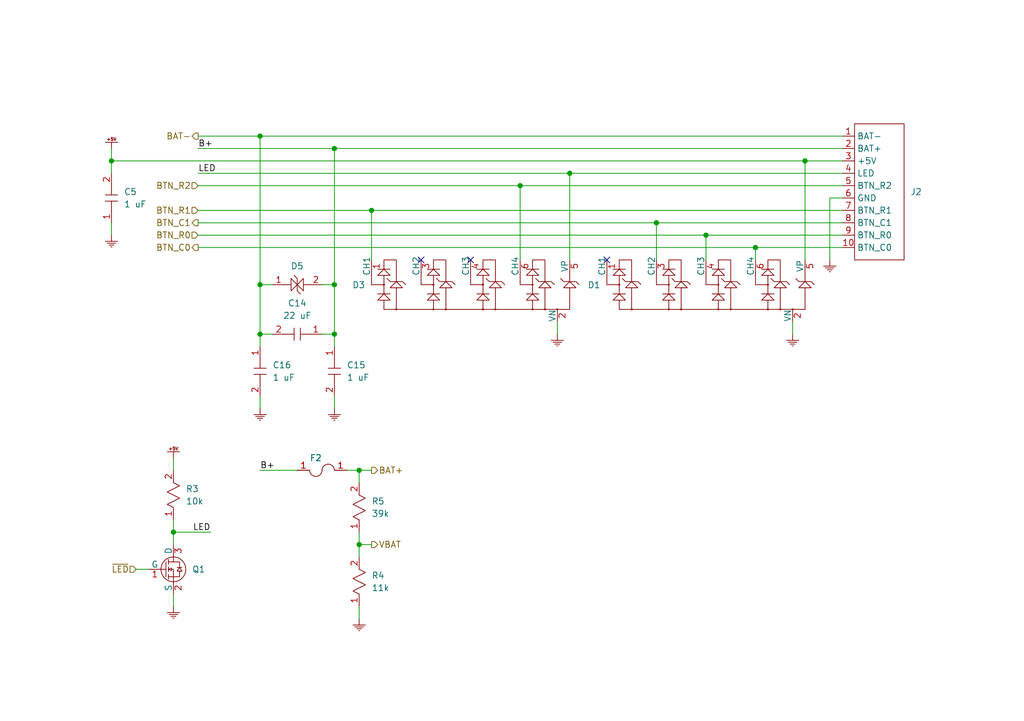
<source format=kicad_sch>
(kicad_sch (version 20230121) (generator eeschema)
  (paper "A5")
  (lib_symbols
    (symbol "zandmd:+5V" (power) (pin_names (offset 0))
      (symbol "+5V_0_1"
        (polyline (pts (xy -1.27 1.27) (xy 1.27 1.27)))
        (polyline (pts (xy 0 0) (xy 0 1.27)))
      )
      (symbol "+5V_1_1"
        (text "+5V" (at 0 1.905 0) (effects (font (size 0.635 0.635))))
        (pin power_in line (at 0 0 90) (length 0) hide (name "+5V") (number "1"))
      )
    )
    (symbol "zandmd:302-S101"
      (property "Reference" "J" (at 0 0 0))
      (symbol "302-S101_0_1"
        (rectangle (start 2.54 27.94) (end 12.7 0))
      )
      (symbol "302-S101_1_1"
        (pin unspecified line (at 0 25.4 0) (length 2.54) (name "P1") (number "1") (alternate "BAT-" passive line))
        (pin unspecified line (at 0 2.54 0) (length 2.54) (name "P10") (number "10") (alternate "BTN_C0" output line))
        (pin unspecified line (at 0 22.86 0) (length 2.54) (name "P2") (number "2") (alternate "BAT+" power_in line))
        (pin unspecified line (at 0 20.32 0) (length 2.54) (name "P3") (number "3") (alternate "+5V" power_in line))
        (pin unspecified line (at 0 17.78 0) (length 2.54) (name "P4") (number "4") (alternate "LED" input line))
        (pin unspecified line (at 0 15.24 0) (length 2.54) (name "P5") (number "5") (alternate "BTN_R2" input line))
        (pin unspecified line (at 0 12.7 0) (length 2.54) (name "P6") (number "6") (alternate "GND" passive line))
        (pin unspecified line (at 0 10.16 0) (length 2.54) (name "P7") (number "7") (alternate "BTN_R1" input line))
        (pin unspecified line (at 0 7.62 0) (length 2.54) (name "P8") (number "8") (alternate "BTN_C1" output line))
        (pin unspecified line (at 0 5.08 0) (length 2.54) (name "P9") (number "9") (alternate "BTN_R0" input line) (alternate "GND" passive line))
      )
    )
    (symbol "zandmd:3586KTR" (pin_names (offset 0))
      (property "Reference" "F" (at 0 0 0))
      (symbol "3586KTR_0_1"
        (arc (start 2.54 0) (mid 3.81 -1.2542) (end 5.08 0))
      )
      (symbol "3586KTR_1_1"
        (pin passive line (at 0 0 0) (length 2.54) (name "") (number "1"))
      )
    )
    (symbol "zandmd:BSS816NWH6327XTSA1" (pin_names (offset 0))
      (property "Reference" "Q" (at 0 0 0))
      (symbol "BSS816NWH6327XTSA1_0_1"
        (polyline (pts (xy 2.54 5.08) (xy 3.556 5.08)))
        (polyline (pts (xy 3.556 6.604) (xy 3.556 3.556)))
        (polyline (pts (xy 4.064 3.048) (xy 4.064 4.064)))
        (polyline (pts (xy 4.064 3.556) (xy 5.08 3.556)))
        (polyline (pts (xy 4.064 5.588) (xy 4.064 4.572)))
        (polyline (pts (xy 4.064 7.112) (xy 4.064 6.096)))
        (polyline (pts (xy 5.842 5.461) (xy 6.858 5.461)))
        (polyline (pts (xy 4.064 6.604) (xy 5.08 6.604) (xy 5.08 7.62)))
        (polyline (pts (xy 4.699 5.08) (xy 5.08 5.08) (xy 5.08 2.54)))
        (polyline (pts (xy 5.08 3.556) (xy 6.35 3.556) (xy 6.35 4.699)))
        (polyline (pts (xy 6.35 5.461) (xy 6.35 6.604) (xy 5.08 6.604)))
        (polyline (pts (xy 4.064 5.08) (xy 4.699 4.826) (xy 4.699 5.334) (xy 4.064 5.08)))
        (polyline (pts (xy 6.35 5.461) (xy 5.842 4.699) (xy 6.858 4.699) (xy 6.35 5.461)))
        (circle (center 5.08 5.08) (radius 2.54))
      )
      (symbol "BSS816NWH6327XTSA1_1_1"
        (pin passive line (at 0 5.08 0) (length 2.54) (name "G") (number "1"))
        (pin open_emitter line (at 5.08 0 90) (length 2.54) (name "S") (number "2"))
        (pin open_collector line (at 5.08 10.16 270) (length 2.54) (name "D") (number "3"))
      )
    )
    (symbol "zandmd:CAPACITOR" (pin_names (offset 0))
      (property "Reference" "C" (at 0 0 0))
      (property "Value" "C" (at 0 0 0))
      (symbol "CAPACITOR_0_1"
        (polyline (pts (xy 2.54 0) (xy 4.445 0)))
        (polyline (pts (xy 4.445 1.27) (xy 4.445 -1.27)))
        (polyline (pts (xy 5.715 1.27) (xy 5.715 -1.27)))
        (polyline (pts (xy 7.62 0) (xy 5.715 0)))
      )
      (symbol "CAPACITOR_1_1"
        (pin passive line (at 0 0 0) (length 2.54) (name "") (number "1"))
        (pin passive line (at 10.16 0 180) (length 2.54) (name "") (number "2"))
      )
    )
    (symbol "zandmd:CM1293A-04SO" (pin_names (offset 0))
      (property "Reference" "D" (at 0 0 0))
      (symbol "CM1293A-04SO_0_1"
        (polyline (pts (xy 0 10.16) (xy 0 7.62)))
        (polyline (pts (xy 1.27 5.715) (xy 3.81 5.715)))
        (polyline (pts (xy 1.27 10.795) (xy 3.81 10.795)))
        (polyline (pts (xy 2.54 4.445) (xy 2.54 2.54)))
        (polyline (pts (xy 2.54 7.62) (xy 0 7.62)))
        (polyline (pts (xy 2.54 9.525) (xy 2.54 5.715)))
        (polyline (pts (xy 5.08 6.985) (xy 5.08 2.54)))
        (polyline (pts (xy 10.16 10.16) (xy 10.16 7.62)))
        (polyline (pts (xy 11.43 5.715) (xy 13.97 5.715)))
        (polyline (pts (xy 11.43 10.795) (xy 13.97 10.795)))
        (polyline (pts (xy 12.7 4.445) (xy 12.7 2.54)))
        (polyline (pts (xy 12.7 7.62) (xy 10.16 7.62)))
        (polyline (pts (xy 12.7 9.525) (xy 12.7 5.715)))
        (polyline (pts (xy 15.24 6.985) (xy 15.24 2.54)))
        (polyline (pts (xy 20.32 10.16) (xy 20.32 7.62)))
        (polyline (pts (xy 21.59 5.715) (xy 24.13 5.715)))
        (polyline (pts (xy 21.59 10.795) (xy 24.13 10.795)))
        (polyline (pts (xy 22.86 4.445) (xy 22.86 2.54)))
        (polyline (pts (xy 22.86 7.62) (xy 20.32 7.62)))
        (polyline (pts (xy 22.86 9.525) (xy 22.86 5.715)))
        (polyline (pts (xy 25.4 6.985) (xy 25.4 2.54)))
        (polyline (pts (xy 30.48 10.16) (xy 30.48 7.62)))
        (polyline (pts (xy 31.75 5.715) (xy 34.29 5.715)))
        (polyline (pts (xy 31.75 10.795) (xy 34.29 10.795)))
        (polyline (pts (xy 33.02 4.445) (xy 33.02 2.54)))
        (polyline (pts (xy 33.02 7.62) (xy 30.48 7.62)))
        (polyline (pts (xy 33.02 9.525) (xy 33.02 5.715)))
        (polyline (pts (xy 35.56 6.985) (xy 35.56 2.54)))
        (polyline (pts (xy 40.64 2.54) (xy 2.54 2.54)))
        (polyline (pts (xy 40.64 6.985) (xy 40.64 2.54)))
        (polyline (pts (xy 40.64 8.255) (xy 40.64 10.16)))
        (polyline (pts (xy 2.54 5.715) (xy 1.27 4.445) (xy 3.81 4.445) (xy 2.54 5.715)))
        (polyline (pts (xy 2.54 10.795) (xy 1.27 9.525) (xy 3.81 9.525) (xy 2.54 10.795)))
        (polyline (pts (xy 2.54 10.795) (xy 2.54 12.7) (xy 5.08 12.7) (xy 5.08 8.255)))
        (polyline (pts (xy 5.08 8.255) (xy 3.81 6.985) (xy 6.35 6.985) (xy 5.08 8.255)))
        (polyline (pts (xy 6.985 7.62) (xy 6.35 8.255) (xy 3.81 8.255) (xy 3.175 8.89)))
        (polyline (pts (xy 12.7 5.715) (xy 11.43 4.445) (xy 13.97 4.445) (xy 12.7 5.715)))
        (polyline (pts (xy 12.7 10.795) (xy 11.43 9.525) (xy 13.97 9.525) (xy 12.7 10.795)))
        (polyline (pts (xy 12.7 10.795) (xy 12.7 12.7) (xy 15.24 12.7) (xy 15.24 8.255)))
        (polyline (pts (xy 15.24 8.255) (xy 13.97 6.985) (xy 16.51 6.985) (xy 15.24 8.255)))
        (polyline (pts (xy 17.145 7.62) (xy 16.51 8.255) (xy 13.97 8.255) (xy 13.335 8.89)))
        (polyline (pts (xy 22.86 5.715) (xy 21.59 4.445) (xy 24.13 4.445) (xy 22.86 5.715)))
        (polyline (pts (xy 22.86 10.795) (xy 21.59 9.525) (xy 24.13 9.525) (xy 22.86 10.795)))
        (polyline (pts (xy 22.86 10.795) (xy 22.86 12.7) (xy 25.4 12.7) (xy 25.4 8.255)))
        (polyline (pts (xy 25.4 8.255) (xy 24.13 6.985) (xy 26.67 6.985) (xy 25.4 8.255)))
        (polyline (pts (xy 27.305 7.62) (xy 26.67 8.255) (xy 24.13 8.255) (xy 23.495 8.89)))
        (polyline (pts (xy 33.02 5.715) (xy 31.75 4.445) (xy 34.29 4.445) (xy 33.02 5.715)))
        (polyline (pts (xy 33.02 10.795) (xy 31.75 9.525) (xy 34.29 9.525) (xy 33.02 10.795)))
        (polyline (pts (xy 33.02 10.795) (xy 33.02 12.7) (xy 35.56 12.7) (xy 35.56 8.255)))
        (polyline (pts (xy 35.56 8.255) (xy 34.29 6.985) (xy 36.83 6.985) (xy 35.56 8.255)))
        (polyline (pts (xy 37.465 7.62) (xy 36.83 8.255) (xy 34.29 8.255) (xy 33.655 8.89)))
        (polyline (pts (xy 40.64 8.255) (xy 39.37 6.985) (xy 41.91 6.985) (xy 40.64 8.255)))
        (polyline (pts (xy 42.545 7.62) (xy 41.91 8.255) (xy 39.37 8.255) (xy 38.735 8.89)))
        (circle (center 2.54 7.62) (radius 0.127))
        (circle (center 5.08 2.54) (radius 0.127))
        (circle (center 12.7 2.54) (radius 0.127))
        (circle (center 12.7 7.62) (radius 0.127))
        (circle (center 15.24 2.54) (radius 0.127))
        (circle (center 22.86 2.54) (radius 0.127))
        (circle (center 22.86 7.62) (radius 0.127))
        (circle (center 25.4 2.54) (radius 0.127))
        (circle (center 33.02 2.54) (radius 0.127))
        (circle (center 33.02 7.62) (radius 0.127))
        (circle (center 35.56 2.54) (radius 0.127))
        (circle (center 38.1 2.54) (radius 0.127))
      )
      (symbol "CM1293A-04SO_1_1"
        (pin passive line (at 0 12.7 270) (length 2.54) (name "CH1") (number "1"))
        (pin passive line (at 38.1 0 90) (length 2.54) (name "VN") (number "2"))
        (pin passive line (at 10.16 12.7 270) (length 2.54) (name "CH2") (number "3"))
        (pin passive line (at 20.32 12.7 270) (length 2.54) (name "CH3") (number "4"))
        (pin passive line (at 40.64 12.7 270) (length 2.54) (name "VP") (number "5"))
        (pin passive line (at 30.48 12.7 270) (length 2.54) (name "CH4") (number "6"))
      )
    )
    (symbol "zandmd:GND" (power) (pin_names (offset 0))
      (symbol "GND_0_1"
        (polyline (pts (xy -1.27 -1.27) (xy 1.27 -1.27)))
        (polyline (pts (xy -0.889 -1.651) (xy 0.889 -1.651)))
        (polyline (pts (xy -0.508 -2.032) (xy 0.508 -2.032)))
        (polyline (pts (xy -0.127 -2.413) (xy 0.127 -2.413)))
        (polyline (pts (xy 0 0) (xy 0 -1.27)))
      )
      (symbol "GND_1_1"
        (pin power_in line (at 0 0 270) (length 0) hide (name "GND") (number "1"))
      )
    )
    (symbol "zandmd:RESISTOR" (pin_names (offset 0))
      (property "Reference" "R" (at 0 0 0))
      (property "Value" "R" (at 0 0 0))
      (symbol "RESISTOR_0_1"
        (polyline (pts (xy 2.54 0) (xy 3.175 1.27) (xy 4.445 -1.27) (xy 5.715 1.27) (xy 6.985 -1.27) (xy 7.62 0)))
      )
      (symbol "RESISTOR_1_1"
        (pin passive line (at 0 0 0) (length 2.54) (name "") (number "1"))
        (pin passive line (at 10.16 0 180) (length 2.54) (name "") (number "2"))
      )
    )
    (symbol "zandmd:SMAJ15CA" (pin_names (offset 0))
      (property "Reference" "D" (at 0 0 0))
      (symbol "SMAJ15CA_0_1"
        (polyline (pts (xy 3.81 0) (xy 2.54 0)))
        (polyline (pts (xy 7.62 0) (xy 6.35 0)))
        (polyline (pts (xy 5.08 0) (xy 3.81 1.27) (xy 3.81 -1.27) (xy 5.08 0)))
        (polyline (pts (xy 5.08 0) (xy 6.35 -1.27) (xy 6.35 1.27) (xy 5.08 0)))
        (polyline (pts (xy 5.715 -1.905) (xy 5.08 -1.27) (xy 5.08 1.27) (xy 4.445 1.905)))
      )
      (symbol "SMAJ15CA_1_1"
        (pin passive line (at 0 0 0) (length 2.54) (name "") (number "1"))
        (pin passive line (at 10.16 0 180) (length 2.54) (name "") (number "2"))
      )
    )
  )
  (junction (at 53.34 27.94))
  (junction (at 68.58 58.42))
  (junction (at 116.84 35.56))
  (junction (at 73.66 111.76))
  (junction (at 165.1 33.02))
  (junction (at 73.66 96.52))
  (junction (at 35.56 109.22))
  (junction (at 68.58 30.48))
  (junction (at 154.94 50.8))
  (junction (at 68.58 68.58))
  (junction (at 53.34 68.58))
  (junction (at 22.86 33.02))
  (junction (at 53.34 58.42))
  (junction (at 76.2 43.18))
  (junction (at 134.62 45.72))
  (junction (at 106.68 38.1))
  (junction (at 144.78 48.26))
  (no_connect (at 86.36 53.34))
  (no_connect (at 124.46 53.34))
  (no_connect (at 96.52 53.34))
  (wire (pts (xy 53.34 68.58) (xy 53.34 71.12)))
  (wire (pts (xy 40.64 50.8) (xy 154.94 50.8)))
  (wire (pts (xy 170.18 40.64) (xy 172.72 40.64)))
  (wire (pts (xy 53.34 81.28) (xy 53.34 83.82)))
  (wire (pts (xy 22.86 33.02) (xy 165.1 33.02)))
  (wire (pts (xy 114.3 66.04) (xy 114.3 68.58)))
  (wire (pts (xy 71.12 96.52) (xy 73.66 96.52)))
  (wire (pts (xy 106.68 38.1) (xy 172.72 38.1)))
  (wire (pts (xy 35.56 124.46) (xy 35.56 121.92)))
  (wire (pts (xy 35.56 109.22) (xy 43.18 109.22)))
  (wire (pts (xy 40.64 35.56) (xy 116.84 35.56)))
  (wire (pts (xy 53.34 96.52) (xy 60.96 96.52)))
  (wire (pts (xy 76.2 43.18) (xy 172.72 43.18)))
  (wire (pts (xy 66.04 68.58) (xy 68.58 68.58)))
  (wire (pts (xy 162.56 66.04) (xy 162.56 68.58)))
  (wire (pts (xy 40.64 38.1) (xy 106.68 38.1)))
  (wire (pts (xy 73.66 124.46) (xy 73.66 127)))
  (wire (pts (xy 40.64 45.72) (xy 134.62 45.72)))
  (wire (pts (xy 35.56 106.68) (xy 35.56 109.22)))
  (wire (pts (xy 106.68 38.1) (xy 106.68 53.34)))
  (wire (pts (xy 68.58 58.42) (xy 68.58 68.58)))
  (wire (pts (xy 55.88 58.42) (xy 53.34 58.42)))
  (wire (pts (xy 165.1 33.02) (xy 165.1 53.34)))
  (wire (pts (xy 165.1 33.02) (xy 172.72 33.02)))
  (wire (pts (xy 73.66 111.76) (xy 73.66 114.3)))
  (wire (pts (xy 66.04 58.42) (xy 68.58 58.42)))
  (wire (pts (xy 55.88 68.58) (xy 53.34 68.58)))
  (wire (pts (xy 170.18 40.64) (xy 170.18 53.34)))
  (wire (pts (xy 154.94 50.8) (xy 154.94 53.34)))
  (wire (pts (xy 76.2 111.76) (xy 73.66 111.76)))
  (wire (pts (xy 22.86 45.72) (xy 22.86 48.26)))
  (wire (pts (xy 40.64 30.48) (xy 68.58 30.48)))
  (wire (pts (xy 73.66 96.52) (xy 76.2 96.52)))
  (wire (pts (xy 68.58 81.28) (xy 68.58 83.82)))
  (wire (pts (xy 154.94 50.8) (xy 172.72 50.8)))
  (wire (pts (xy 73.66 96.52) (xy 73.66 99.06)))
  (wire (pts (xy 40.64 43.18) (xy 76.2 43.18)))
  (wire (pts (xy 116.84 35.56) (xy 172.72 35.56)))
  (wire (pts (xy 68.58 58.42) (xy 68.58 30.48)))
  (wire (pts (xy 53.34 27.94) (xy 53.34 58.42)))
  (wire (pts (xy 53.34 27.94) (xy 172.72 27.94)))
  (wire (pts (xy 53.34 58.42) (xy 53.34 68.58)))
  (wire (pts (xy 68.58 68.58) (xy 68.58 71.12)))
  (wire (pts (xy 73.66 109.22) (xy 73.66 111.76)))
  (wire (pts (xy 35.56 109.22) (xy 35.56 111.76)))
  (wire (pts (xy 116.84 35.56) (xy 116.84 53.34)))
  (wire (pts (xy 40.64 27.94) (xy 53.34 27.94)))
  (wire (pts (xy 76.2 43.18) (xy 76.2 53.34)))
  (wire (pts (xy 40.64 48.26) (xy 144.78 48.26)))
  (wire (pts (xy 144.78 48.26) (xy 172.72 48.26)))
  (wire (pts (xy 134.62 45.72) (xy 172.72 45.72)))
  (wire (pts (xy 22.86 30.48) (xy 22.86 33.02)))
  (wire (pts (xy 134.62 45.72) (xy 134.62 53.34)))
  (wire (pts (xy 68.58 30.48) (xy 172.72 30.48)))
  (wire (pts (xy 144.78 48.26) (xy 144.78 53.34)))
  (wire (pts (xy 35.56 93.98) (xy 35.56 96.52)))
  (wire (pts (xy 22.86 33.02) (xy 22.86 35.56)))
  (wire (pts (xy 27.94 116.84) (xy 30.48 116.84)))
  (label "LED" (at 40.64 35.56 0))
  (label "LED" (at 43.18 109.22 180))
  (label "B+" (at 53.34 96.52 0))
  (label "B+" (at 40.64 30.48 0))
  (hierarchical_label "BTN_C1" (shape output) (at 40.64 45.72 180))
  (hierarchical_label "BTN_R0" (shape input) (at 40.64 48.26 180))
  (hierarchical_label "BAT+" (shape output) (at 76.2 96.52 0))
  (hierarchical_label "BTN_R2" (shape input) (at 40.64 38.1 180))
  (hierarchical_label "~{LED}" (shape input) (at 27.94 116.84 180))
  (hierarchical_label "BAT-" (shape output) (at 40.64 27.94 180))
  (hierarchical_label "BTN_R1" (shape input) (at 40.64 43.18 180))
  (hierarchical_label "BTN_C0" (shape output) (at 40.64 50.8 180))
  (hierarchical_label "VBAT" (shape output) (at 76.2 111.76 0))
  (symbol (lib_id "zandmd:CAPACITOR") (at 22.86 45.72 90) (unit 1)
    (property "Reference" "C5" (at 25.4 39.37 90) (effects (justify right)))
    (property "Value" "1 uF" (at 25.4 41.91 90) (effects (justify right)))
    (property "Footprint" "zandmd:PASSIVE-NPOL-0805" (effects hide))
    (property "Sim.Device" "C" (effects hide))
    (property "Sim.Pins" "1=+ 2=-" (effects hide))
  )
  (symbol (lib_id "zandmd:CAPACITOR") (at 68.58 71.12 270) (unit 1)
    (property "Reference" "C15" (at 71.12 74.93 90) (effects (justify left)))
    (property "Value" "1 uF" (at 71.12 77.47 90) (effects (justify left)))
    (property "Footprint" "zandmd:PASSIVE-NPOL-0805" (effects hide))
    (property "Sim.Device" "C" (effects hide))
    (property "Sim.Pins" "1=+ 2=-" (effects hide))
  )
  (symbol (lib_id "zandmd:GND") (at 73.66 127 0) (unit 1)
    (property "Reference" "#PWR014" (effects hide))
    (property "Value" "GND" (effects hide))
  )
  (symbol (lib_id "zandmd:SMAJ15CA") (at 55.88 58.42 0) (unit 1)
    (property "Reference" "D5" (at 60.96 54.61 0))
    (property "Value" "SMAJ15CA" (effects hide))
    (property "Footprint" "zandmd:SMAJ15CA" (effects hide))
    (property "Datasheet" "https://goodarksemi.com/docs/datasheets/transient_voltage_suppressors/SMAJx.pdf" (effects hide))
    (property "Sim.Enable" "0" (effects hide))
  )
  (symbol (lib_id "zandmd:GND") (at 35.56 124.46 0) (unit 1)
    (property "Reference" "#PWR010" (effects hide))
    (property "Value" "GND" (effects hide))
  )
  (symbol (lib_id "zandmd:RESISTOR") (at 35.56 106.68 90) (unit 1)
    (property "Reference" "R3" (at 38.1 100.33 90) (effects (justify right)))
    (property "Value" "10k" (at 38.1 102.87 90) (effects (justify right)))
    (property "Footprint" "zandmd:PASSIVE-NPOL-0805" (effects hide))
    (property "Sim.Device" "R" (effects hide))
    (property "Sim.Pins" "1=+ 2=-" (effects hide))
  )
  (symbol (lib_id "zandmd:GND") (at 68.58 83.82 0) (unit 1)
    (property "Reference" "#PWR015" (effects hide))
    (property "Value" "GND" (effects hide))
  )
  (symbol (lib_id "zandmd:+5V") (at 22.86 30.48 0) (unit 1)
    (property "Reference" "#PWR012" (effects hide))
    (property "Value" "+5V" (effects hide))
  )
  (symbol (lib_id "zandmd:BSS816NWH6327XTSA1") (at 30.48 121.92 0) (unit 1)
    (property "Reference" "Q1" (at 39.37 116.84 0) (effects (justify left)))
    (property "Value" "BSS816NWH6327XTSA1" (effects hide))
    (property "Footprint" "zandmd:BSS816NWH6327XTSA1" (effects hide))
    (property "Datasheet" "https://www.infineon.com/dgdl/Infineon-BSS816NW-DS-v02_03-en.pdf?fileId=db3a304335113a6301351e704a2e1332" (effects hide))
    (property "Sim.Device" "SUBCKT" (effects hide))
    (property "Sim.Pins" "1=gate 2=source 3=drain" (effects hide))
    (property "Sim.Library" "..\\sim\\BSS816NWH6327XTSA1.lib" (effects hide))
    (property "Sim.Name" "BSS816NW_L0" (effects hide))
  )
  (symbol (lib_id "zandmd:CM1293A-04SO") (at 124.46 66.04 0) (unit 1)
    (property "Reference" "D1" (at 123.19 58.4835 0) (effects (justify right)))
    (property "Value" "CM1293A-04SO" (effects hide))
    (property "Footprint" "zandmd:CM1293A-04SO" (effects hide))
    (property "Datasheet" "https://www.onsemi.com/pdf/datasheet/cm1293a-04so-d.pdf" (effects hide))
    (property "Sim.Enable" "0" (effects hide))
  )
  (symbol (lib_id "zandmd:GND") (at 53.34 83.82 0) (unit 1)
    (property "Reference" "#PWR018" (effects hide))
    (property "Value" "GND" (effects hide))
  )
  (symbol (lib_id "zandmd:GND") (at 162.56 68.58 0) (unit 1)
    (property "Reference" "#PWR016" (effects hide))
    (property "Value" "GND" (effects hide))
  )
  (symbol (lib_id "zandmd:GND") (at 170.18 53.34 0) (unit 1)
    (property "Reference" "#PWR09" (effects hide))
    (property "Value" "GND" (effects hide))
  )
  (symbol (lib_id "zandmd:CAPACITOR") (at 53.34 71.12 270) (unit 1)
    (property "Reference" "C16" (at 55.88 74.93 90) (effects (justify left)))
    (property "Value" "1 uF" (at 55.88 77.47 90) (effects (justify left)))
    (property "Footprint" "zandmd:PASSIVE-NPOL-0805" (effects hide))
    (property "Sim.Device" "C" (effects hide))
    (property "Sim.Pins" "1=+ 2=-" (effects hide))
  )
  (symbol (lib_id "zandmd:RESISTOR") (at 73.66 109.22 90) (unit 1)
    (property "Reference" "R5" (at 76.2 102.87 90) (effects (justify right)))
    (property "Value" "39k" (at 76.2 105.41 90) (effects (justify right)))
    (property "Footprint" "zandmd:PASSIVE-NPOL-0805" (effects hide))
    (property "Sim.Device" "R" (effects hide))
    (property "Sim.Pins" "1=+ 2=-" (effects hide))
  )
  (symbol (lib_id "zandmd:+5V") (at 35.56 93.98 0) (unit 1)
    (property "Reference" "#PWR011" (effects hide))
    (property "Value" "+5V" (effects hide))
  )
  (symbol (lib_id "zandmd:3586KTR") (at 71.12 96.52 180) (unit 1)
    (property "Reference" "F3" (effects hide))
    (property "Value" "3586KTR" (effects hide))
    (property "Footprint" "zandmd:3586KTR" (effects hide))
    (property "Datasheet" "https://www.keyelco.com/product-pdf.cfm?p=314" (effects hide))
    (property "Sim.Enable" "0" (effects hide))
  )
  (symbol (lib_id "zandmd:CM1293A-04SO") (at 76.2 66.04 0) (unit 1)
    (property "Reference" "D3" (at 74.93 58.4835 0) (effects (justify right)))
    (property "Value" "CM1293A-04SO" (effects hide))
    (property "Footprint" "zandmd:CM1293A-04SO" (effects hide))
    (property "Datasheet" "https://www.onsemi.com/pdf/datasheet/cm1293a-04so-d.pdf" (effects hide))
    (property "Sim.Enable" "0" (effects hide))
  )
  (symbol (lib_id "zandmd:302-S101") (at 172.72 53.34 0) (unit 1)
    (property "Reference" "J2" (at 186.69 39.37 0) (effects (justify left)))
    (property "Value" "302-S101" (effects hide))
    (property "Footprint" "zandmd:302-S101" (effects hide))
    (property "Datasheet" "http://www.on-shore.com/wp-content/uploads/2018/04/302-SXX1.pdf" (effects hide))
    (property "Sim.Enable" "0" (effects hide))
    (pin "1" (alternate "BAT-"))
    (pin "10" (alternate "BTN_C0"))
    (pin "2" (alternate "BAT+"))
    (pin "3" (alternate "+5V"))
    (pin "4" (alternate "LED"))
    (pin "5" (alternate "BTN_R2"))
    (pin "6" (alternate "GND"))
    (pin "7" (alternate "BTN_R1"))
    (pin "8" (alternate "BTN_C1"))
    (pin "9" (alternate "BTN_R0"))
  )
  (symbol (lib_id "zandmd:GND") (at 22.86 48.26 0) (unit 1)
    (property "Reference" "#PWR013" (effects hide))
    (property "Value" "GND" (effects hide))
  )
  (symbol (lib_id "zandmd:GND") (at 114.3 68.58 0) (unit 1)
    (property "Reference" "#PWR017" (effects hide))
    (property "Value" "GND" (effects hide))
  )
  (symbol (lib_id "zandmd:RESISTOR") (at 73.66 124.46 90) (unit 1)
    (property "Reference" "R4" (at 76.2 118.11 90) (effects (justify right)))
    (property "Value" "11k" (at 76.2 120.65 90) (effects (justify right)))
    (property "Footprint" "zandmd:PASSIVE-NPOL-0805" (effects hide))
    (property "Sim.Device" "R" (effects hide))
    (property "Sim.Pins" "1=+ 2=-" (effects hide))
  )
  (symbol (lib_id "zandmd:CAPACITOR") (at 66.04 68.58 180) (unit 1)
    (property "Reference" "C14" (at 60.96 62.23 0))
    (property "Value" "22 uF" (at 60.96 64.77 0))
    (property "Footprint" "zandmd:PASSIVE-NPOL-0805" (effects hide))
    (property "Sim.Device" "C" (effects hide))
    (property "Sim.Pins" "1=+ 2=-" (effects hide))
  )
  (symbol (lib_id "zandmd:3586KTR") (at 60.96 96.52 0) (unit 1)
    (property "Reference" "F2" (at 64.77 93.98 0))
    (property "Value" "3586KTR" (effects hide))
    (property "Footprint" "zandmd:3586KTR" (effects hide))
    (property "Datasheet" "https://www.keyelco.com/product-pdf.cfm?p=314" (effects hide))
    (property "Sim.Enable" "0" (effects hide))
  )
)
</source>
